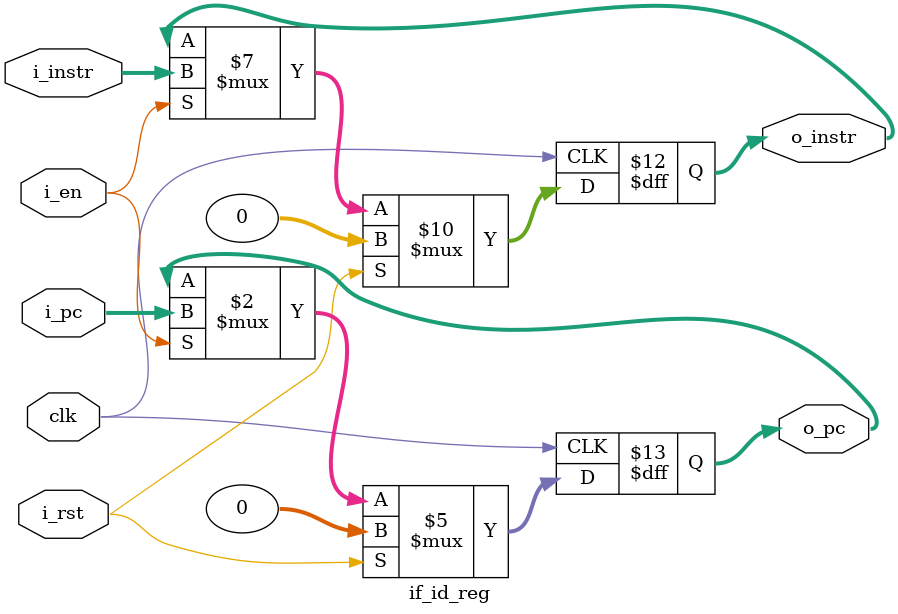
<source format=v>

module if_id_reg
#(
    parameter NB_INSTR = 32,                //! Instruction width
    parameter NB_PC    = 32                 //! Program Counter width
) (
    // Outputs
    output reg [NB_INSTR - 1 : 0] o_instr,  //! Instruction output
    output reg [NB_PC    - 1 : 0] o_pc,     //! Program Counter output
    
    // Inputs
    input      [NB_INSTR - 1 : 0] i_instr,  //! Instruction input
    input      [NB_PC    - 1 : 0] i_pc,     //! Program Counter input
    input                         i_en,     //! Enable input
    input                         i_rst,    //! Reset input
    input                         clk       //! Clock input
);

    //! IF/ID Model
    always @(posedge clk) begin
        if (i_rst) begin
            o_instr <= {NB_INSTR{1'b0}};
            o_pc    <= {NB_PC{1'b0}};
        end
        else if (i_en) begin
            o_instr <= i_instr;
            o_pc    <= i_pc;
        end
    end

endmodule
</source>
